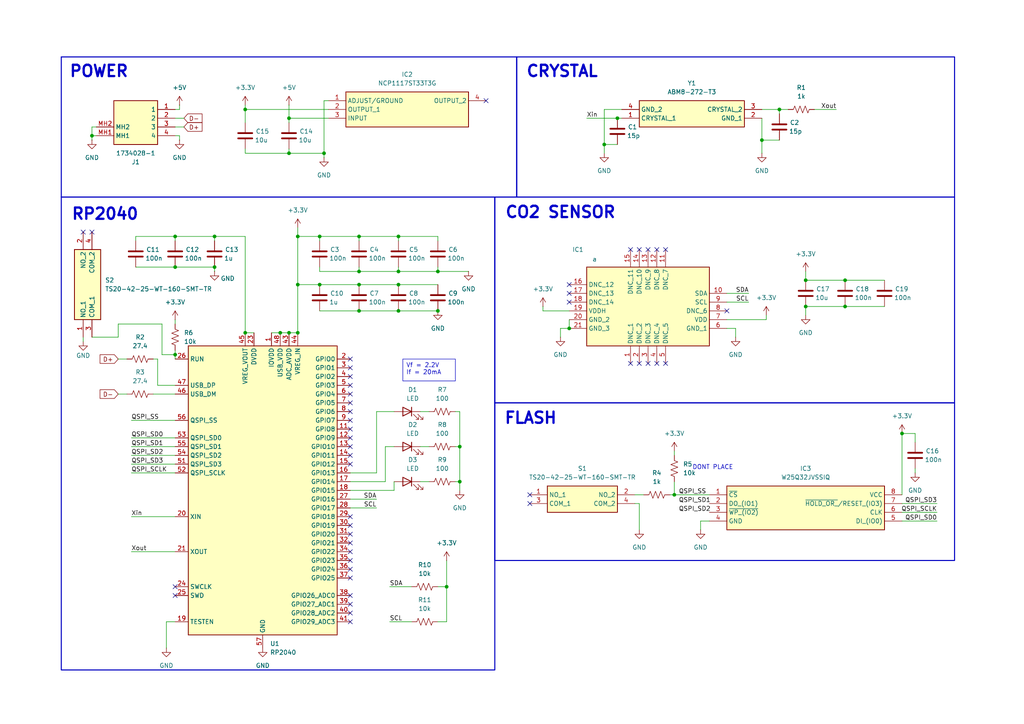
<source format=kicad_sch>
(kicad_sch (version 20250114) (generator "eeschema") (generator_version "9.0")
  (paper "A4")
  (lib_symbols
    (symbol "Device:C" (pin_numbers (hide yes)) (pin_names (offset 0.254))
      (property "Reference" "C" (at 0.635 2.54 0))
      (property "Value" "C" (at 0.635 -2.54 0))
      (symbol "C_0_1"
        (polyline (pts (xy -2.032 0.762) (xy 2.032 0.762)) (stroke (width 0.508)))
        (polyline (pts (xy -2.032 -0.762) (xy 2.032 -0.762)) (stroke (width 0.508)))
      )
      (symbol "C_1_1"
        (pin passive line (at 0 3.81 270) (length 2.794) (name "~") (number "1"))
        (pin passive line (at 0 -3.81 90) (length 2.794) (name "~") (number "2"))
      )
    )
    (symbol "Device:LED" (pin_numbers (hide yes)) (pin_names (offset 1.016) (hide yes))
      (property "Reference" "D" (at 0 2.54 0))
      (property "Value" "LED" (at 0 -2.54 0))
      (symbol "LED_0_1"
        (polyline (pts (xy -3.048 -0.762) (xy -4.572 -2.286) (xy -3.81 -2.286) (xy -4.572 -2.286) (xy -4.572 -1.524)))
        (polyline (pts (xy -1.778 -0.762) (xy -3.302 -2.286) (xy -2.54 -2.286) (xy -3.302 -2.286) (xy -3.302 -1.524)))
        (polyline (pts (xy -1.27 0) (xy 1.27 0)))
        (polyline (pts (xy -1.27 -1.27) (xy -1.27 1.27)) (stroke (width 0.254)))
        (polyline (pts (xy 1.27 -1.27) (xy 1.27 1.27) (xy -1.27 0) (xy 1.27 -1.27)) (stroke (width 0.254)))
      )
      (symbol "LED_1_1"
        (pin passive line (at -3.81 0 0) (length 2.54) (name "K") (number "1"))
        (pin passive line (at 3.81 0 180) (length 2.54) (name "A") (number "2"))
      )
    )
    (symbol "Device:R_US" (pin_numbers (hide yes)) (pin_names (offset 0))
      (property "Reference" "R" (at 2.54 0 90))
      (property "Value" "R_US" (at -2.54 0 90))
      (symbol "R_US_0_1"
        (polyline (pts (xy 0 2.286) (xy 0 2.54)))
        (polyline (pts (xy 0 2.286) (xy 1.016 1.905) (xy 0 1.524) (xy -1.016 1.143) (xy 0 0.762)))
        (polyline (pts (xy 0 0.762) (xy 1.016 0.381) (xy 0 0) (xy -1.016 -0.381) (xy 0 -0.762)))
        (polyline (pts (xy 0 -0.762) (xy 1.016 -1.143) (xy 0 -1.524) (xy -1.016 -1.905) (xy 0 -2.286)))
        (polyline (pts (xy 0 -2.286) (xy 0 -2.54)))
      )
      (symbol "R_US_1_1"
        (pin passive line (at 0 3.81 270) (length 1.27) (name "~") (number "1"))
        (pin passive line (at 0 -3.81 90) (length 1.27) (name "~") (number "2"))
      )
    )
    (symbol "Imported_parts:1734028-1"
      (property "Reference" "J" (at 19.05 7.62 0))
      (property "Value" "1734028-1" (at 19.05 5.08 0))
      (symbol "1734028-1_1_1"
        (rectangle (start 5.08 2.54) (end 17.78 -10.16) (stroke (width 0.254)) (fill (type background)))
        (pin passive line (at 0 0 0) (length 5.08) (name "MH1") (number "MH1"))
        (pin passive line (at 0 -2.54 0) (length 5.08) (name "MH2") (number "MH2"))
        (pin passive line (at 22.86 0 180) (length 5.08) (name "4") (number "4"))
        (pin passive line (at 22.86 -2.54 180) (length 5.08) (name "3") (number "3"))
        (pin passive line (at 22.86 -5.08 180) (length 5.08) (name "2") (number "2"))
        (pin passive line (at 22.86 -7.62 180) (length 5.08) (name "1") (number "1"))
      )
    )
    (symbol "Imported_parts:ABM8-272-T3"
      (property "Reference" "Y" (at 36.83 7.62 0))
      (property "Value" "ABM8-272-T3" (at 36.83 5.08 0))
      (symbol "ABM8-272-T3_1_1"
        (rectangle (start 5.08 2.54) (end 35.56 -5.08) (stroke (width 0.254)) (fill (type background)))
        (pin passive line (at 0 0 0) (length 5.08) (name "GND_2") (number "4"))
        (pin passive line (at 0 -2.54 0) (length 5.08) (name "CRYSTAL_1") (number "1"))
        (pin passive line (at 40.64 0 180) (length 5.08) (name "CRYSTAL_2") (number "3"))
        (pin passive line (at 40.64 -2.54 180) (length 5.08) (name "GND_1") (number "2"))
      )
    )
    (symbol "Imported_parts:NCP1117ST33T3G"
      (property "Reference" "IC" (at 41.91 7.62 0))
      (property "Value" "NCP1117ST33T3G" (at 41.91 5.08 0))
      (symbol "NCP1117ST33T3G_1_1"
        (rectangle (start 5.08 2.54) (end 40.64 -7.62) (stroke (width 0.254)) (fill (type background)))
        (pin passive line (at 0 0 0) (length 5.08) (name "ADJUST/GROUND") (number "1"))
        (pin passive line (at 0 -2.54 0) (length 5.08) (name "OUTPUT_1") (number "2"))
        (pin passive line (at 0 -5.08 0) (length 5.08) (name "INPUT") (number "3"))
        (pin passive line (at 45.72 0 180) (length 5.08) (name "OUTPUT_2") (number "4"))
      )
    )
    (symbol "Imported_parts:SCD41-D-R1"
      (property "Reference" "IC" (at 29.21 17.78 0))
      (property "Value" "SCD41-D-R1" (at 29.21 15.24 0))
      (symbol "SCD41-D-R1_1_1"
        (rectangle (start 5.08 12.7) (end 27.94 -22.86) (stroke (width 0.254)) (fill (type background)))
        (pin passive line (at 0 0 0) (length 5.08) (name "DNC_1") (number "1"))
        (pin passive line (at 0 -2.54 0) (length 5.08) (name "DNC_2") (number "2"))
        (pin passive line (at 0 -5.08 0) (length 5.08) (name "DNC_3") (number "3"))
        (pin passive line (at 0 -7.62 0) (length 5.08) (name "DNC_4") (number "4"))
        (pin passive line (at 0 -10.16 0) (length 5.08) (name "DNC_5") (number "5"))
        (pin passive line (at 10.16 17.78 270) (length 5.08) (name "GND_3") (number "21"))
        (pin passive line (at 10.16 -27.94 90) (length 5.08) (name "GND_1") (number "6"))
        (pin passive line (at 12.7 17.78 270) (length 5.08) (name "GND_2") (number "20"))
        (pin passive line (at 12.7 -27.94 90) (length 5.08) (name "VDD") (number "7"))
        (pin passive line (at 15.24 17.78 270) (length 5.08) (name "VDDH") (number "19"))
        (pin passive line (at 15.24 -27.94 90) (length 5.08) (name "DNC_6") (number "8"))
        (pin passive line (at 17.78 17.78 270) (length 5.08) (name "DNC_14") (number "18"))
        (pin passive line (at 17.78 -27.94 90) (length 5.08) (name "SCL") (number "9"))
        (pin passive line (at 20.32 17.78 270) (length 5.08) (name "DNC_13") (number "17"))
        (pin passive line (at 20.32 -27.94 90) (length 5.08) (name "SDA") (number "10"))
        (pin passive line (at 22.86 17.78 270) (length 5.08) (name "DNC_12") (number "16"))
        (pin passive line (at 33.02 0 180) (length 5.08) (name "DNC_11") (number "15"))
        (pin passive line (at 33.02 -2.54 180) (length 5.08) (name "DNC_10") (number "14"))
        (pin passive line (at 33.02 -5.08 180) (length 5.08) (name "DNC_9") (number "13"))
        (pin passive line (at 33.02 -7.62 180) (length 5.08) (name "DNC_8") (number "12"))
        (pin passive line (at 33.02 -10.16 180) (length 5.08) (name "DNC_7") (number "11"))
      )
    )
    (symbol "Imported_parts:TS20-42-25-WT-160-SMT-TR"
      (property "Reference" "S" (at 26.67 7.62 0))
      (property "Value" "TS20-42-25-WT-160-SMT-TR" (at 26.67 5.08 0))
      (symbol "TS20-42-25-WT-160-SMT-TR_1_1"
        (rectangle (start 5.08 2.54) (end 25.4 -5.08) (stroke (width 0.254)) (fill (type background)))
        (pin passive line (at 0 0 0) (length 5.08) (name "NO_1") (number "1"))
        (pin passive line (at 0 -2.54 0) (length 5.08) (name "COM_1") (number "3"))
        (pin passive line (at 30.48 0 180) (length 5.08) (name "NO_2") (number "2"))
        (pin passive line (at 30.48 -2.54 180) (length 5.08) (name "COM_2") (number "4"))
      )
    )
    (symbol "Imported_parts:W25Q32JVSSIQ"
      (property "Reference" "IC" (at 52.07 7.62 0))
      (property "Value" "W25Q32JVSSIQ" (at 52.07 5.08 0))
      (symbol "W25Q32JVSSIQ_1_1"
        (rectangle (start 5.08 2.54) (end 50.8 -10.16) (stroke (width 0.254)) (fill (type background)))
        (pin passive line (at 0 0 0) (length 5.08) (name "~{CS}") (number "1"))
        (pin passive line (at 0 -2.54 0) (length 5.08) (name "DO_(IO1)") (number "2"))
        (pin passive line (at 0 -5.08 0) (length 5.08) (name "~{WP_(IO2)}") (number "3"))
        (pin passive line (at 0 -7.62 0) (length 5.08) (name "GND") (number "4"))
        (pin passive line (at 55.88 0 180) (length 5.08) (name "VCC") (number "8"))
        (pin passive line (at 55.88 -2.54 180) (length 5.08) (name "~{HOLD_OR_}/RESET_(IO3)") (number "7"))
        (pin passive line (at 55.88 -5.08 180) (length 5.08) (name "CLK") (number "6"))
        (pin passive line (at 55.88 -7.62 180) (length 5.08) (name "DI_(IO0)") (number "5"))
      )
    )
    (symbol "MCU_RaspberryPi:RP2040"
      (property "Reference" "U" (at 17.78 45.72 0))
      (property "Value" "RP2040" (at 17.78 43.18 0))
      (symbol "RP2040_0_1"
        (rectangle (start -21.59 41.91) (end 21.59 -41.91) (stroke (width 0.254)) (fill (type background)))
      )
      (symbol "RP2040_1_1"
        (pin input line (at -25.4 38.1 0) (length 3.81) (name "RUN") (number "26"))
        (pin bidirectional line (at -25.4 30.48 0) (length 3.81) (name "USB_DP") (number "47"))
        (pin bidirectional line (at -25.4 27.94 0) (length 3.81) (name "USB_DM") (number "46"))
        (pin bidirectional line (at -25.4 20.32 0) (length 3.81) (name "QSPI_SS") (number "56"))
        (pin bidirectional line (at -25.4 15.24 0) (length 3.81) (name "QSPI_SD0") (number "53"))
        (pin bidirectional line (at -25.4 12.7 0) (length 3.81) (name "QSPI_SD1") (number "55"))
        (pin bidirectional line (at -25.4 10.16 0) (length 3.81) (name "QSPI_SD2") (number "54"))
        (pin bidirectional line (at -25.4 7.62 0) (length 3.81) (name "QSPI_SD3") (number "51"))
        (pin output line (at -25.4 5.08 0) (length 3.81) (name "QSPI_SCLK") (number "52"))
        (pin input line (at -25.4 -7.62 0) (length 3.81) (name "XIN") (number "20"))
        (pin passive line (at -25.4 -17.78 0) (length 3.81) (name "XOUT") (number "21"))
        (pin input line (at -25.4 -27.94 0) (length 3.81) (name "SWCLK") (number "24"))
        (pin bidirectional line (at -25.4 -30.48 0) (length 3.81) (name "SWD") (number "25"))
        (pin input line (at -25.4 -38.1 0) (length 3.81) (name "TESTEN") (number "19"))
        (pin power_out line (at -5.08 45.72 270) (length 3.81) (name "VREG_VOUT") (number "45"))
        (pin power_in line (at -2.54 45.72 270) (length 3.81) (name "DVDD") (number "23"))
        (pin passive line (at -2.54 45.72 270) (length 3.81) (hide yes) (name "DVDD") (number "50"))
        (pin power_in line (at 0 -45.72 90) (length 3.81) (name "GND") (number "57"))
        (pin power_in line (at 2.54 45.72 270) (length 3.81) (name "IOVDD") (number "1"))
        (pin passive line (at 2.54 45.72 270) (length 3.81) (hide yes) (name "IOVDD") (number "10"))
        (pin passive line (at 2.54 45.72 270) (length 3.81) (hide yes) (name "IOVDD") (number "22"))
        (pin passive line (at 2.54 45.72 270) (length 3.81) (hide yes) (name "IOVDD") (number "33"))
        (pin passive line (at 2.54 45.72 270) (length 3.81) (hide yes) (name "IOVDD") (number "42"))
        (pin passive line (at 2.54 45.72 270) (length 3.81) (hide yes) (name "IOVDD") (number "49"))
        (pin power_in line (at 5.08 45.72 270) (length 3.81) (name "USB_VDD") (number "48"))
        (pin power_in line (at 7.62 45.72 270) (length 3.81) (name "ADC_AVDD") (number "43"))
        (pin power_in line (at 10.16 45.72 270) (length 3.81) (name "VREG_IN") (number "44"))
        (pin bidirectional line (at 25.4 38.1 180) (length 3.81) (name "GPIO0") (number "2"))
        (pin bidirectional line (at 25.4 35.56 180) (length 3.81) (name "GPIO1") (number "3"))
        (pin bidirectional line (at 25.4 33.02 180) (length 3.81) (name "GPIO2") (number "4"))
        (pin bidirectional line (at 25.4 30.48 180) (length 3.81) (name "GPIO3") (number "5"))
        (pin bidirectional line (at 25.4 27.94 180) (length 3.81) (name "GPIO4") (number "6"))
        (pin bidirectional line (at 25.4 25.4 180) (length 3.81) (name "GPIO5") (number "7"))
        (pin bidirectional line (at 25.4 22.86 180) (length 3.81) (name "GPIO6") (number "8"))
        (pin bidirectional line (at 25.4 20.32 180) (length 3.81) (name "GPIO7") (number "9"))
        (pin bidirectional line (at 25.4 17.78 180) (length 3.81) (name "GPIO8") (number "11"))
        (pin bidirectional line (at 25.4 15.24 180) (length 3.81) (name "GPIO9") (number "12"))
        (pin bidirectional line (at 25.4 12.7 180) (length 3.81) (name "GPIO10") (number "13"))
        (pin bidirectional line (at 25.4 10.16 180) (length 3.81) (name "GPIO11") (number "14"))
        (pin bidirectional line (at 25.4 7.62 180) (length 3.81) (name "GPIO12") (number "15"))
        (pin bidirectional line (at 25.4 5.08 180) (length 3.81) (name "GPIO13") (number "16"))
        (pin bidirectional line (at 25.4 2.54 180) (length 3.81) (name "GPIO14") (number "17"))
        (pin bidirectional line (at 25.4 0 180) (length 3.81) (name "GPIO15") (number "18"))
        (pin bidirectional line (at 25.4 -2.54 180) (length 3.81) (name "GPIO16") (number "27"))
        (pin bidirectional line (at 25.4 -5.08 180) (length 3.81) (name "GPIO17") (number "28"))
        (pin bidirectional line (at 25.4 -7.62 180) (length 3.81) (name "GPIO18") (number "29"))
        (pin bidirectional line (at 25.4 -10.16 180) (length 3.81) (name "GPIO19") (number "30"))
        (pin bidirectional line (at 25.4 -12.7 180) (length 3.81) (name "GPIO20") (number "31"))
        (pin bidirectional line (at 25.4 -15.24 180) (length 3.81) (name "GPIO21") (number "32"))
        (pin bidirectional line (at 25.4 -17.78 180) (length 3.81) (name "GPIO22") (number "34"))
        (pin bidirectional line (at 25.4 -20.32 180) (length 3.81) (name "GPIO23") (number "35"))
        (pin bidirectional line (at 25.4 -22.86 180) (length 3.81) (name "GPIO24") (number "36"))
        (pin bidirectional line (at 25.4 -25.4 180) (length 3.81) (name "GPIO25") (number "37"))
        (pin bidirectional line (at 25.4 -30.48 180) (length 3.81) (name "GPIO26_ADC0") (number "38"))
        (pin bidirectional line (at 25.4 -33.02 180) (length 3.81) (name "GPIO27_ADC1") (number "39"))
        (pin bidirectional line (at 25.4 -35.56 180) (length 3.81) (name "GPIO28_ADC2") (number "40"))
        (pin bidirectional line (at 25.4 -38.1 180) (length 3.81) (name "GPIO29_ADC3") (number "41"))
      )
    )
    (symbol "power:+3.3V" (power) (pin_numbers (hide yes)) (pin_names (offset 0) (hide yes))
      (property "Value" "+3.3V" (at 0 3.556 0))
      (symbol "+3.3V_0_1"
        (polyline (pts (xy -0.762 1.27) (xy 0 2.54)))
        (polyline (pts (xy 0 2.54) (xy 0.762 1.27)))
        (polyline (pts (xy 0 0) (xy 0 2.54)))
      )
      (symbol "+3.3V_1_1"
        (pin power_in line (at 0 0 90) (length 0) (name "~") (number "1"))
      )
    )
    (symbol "power:+5V" (power) (pin_numbers (hide yes)) (pin_names (offset 0) (hide yes))
      (property "Value" "+5V" (at 0 3.556 0))
      (symbol "+5V_0_1"
        (polyline (pts (xy -0.762 1.27) (xy 0 2.54)))
        (polyline (pts (xy 0 2.54) (xy 0.762 1.27)))
        (polyline (pts (xy 0 0) (xy 0 2.54)))
      )
      (symbol "+5V_1_1"
        (pin power_in line (at 0 0 90) (length 0) (name "~") (number "1"))
      )
    )
    (symbol "power:GND" (power) (pin_numbers (hide yes)) (pin_names (offset 0) (hide yes))
      (property "Value" "GND" (at 0 -3.81 0))
      (symbol "GND_0_1"
        (polyline (pts (xy 0 0) (xy 0 -1.27) (xy 1.27 -1.27) (xy 0 -2.54) (xy -1.27 -1.27) (xy 0 -1.27)))
      )
      (symbol "GND_1_1"
        (pin power_in line (at 0 0 270) (length 0) (name "~") (number "1"))
      )
    )
  )
  (rectangle (start 143.51 57.15) (end 276.86 116.84) (stroke (width 0.3)))
  (rectangle (start 17.78 57.15) (end 143.51 194.31) (stroke (width 0.3)))
  (rectangle (start 149.86 16.51) (end 276.86 57.15) (stroke (width 0.3)))
  (rectangle (start 143.51 116.84) (end 276.86 162.56) (stroke (width 0.3)))
  (rectangle (start 17.78 16.51) (end 149.86 57.15) (stroke (width 0.3)))
  (text "DONT PLACE" (at 206.756 135.636 0) (effects (font (size 1.27 1.27))))
  (text "POWER" (at 28.702 20.828 0) (effects (font (size 3.27 3.27) (thickness 0.654) (bold yes))))
  (text "FLASH\n" (at 153.924 121.412 0) (effects (font (size 3.27 3.27) (thickness 0.654) (bold yes))))
  (text "CO2 SENSOR" (at 162.56 61.722 0) (effects (font (size 3.27 3.27) (thickness 0.654) (bold yes))))
  (text "RP2040\n" (at 30.48 62.23 0) (effects (font (size 3.27 3.27) (thickness 0.654) (bold yes))))
  (text "CRYSTAL\n" (at 163.068 20.828 0) (effects (font (size 3.27 3.27) (thickness 0.654) (bold yes))))
  (text_box "Vf = 2.2V\nIf = 20mA\n" (at 116.84 104.14 0) (size 15.24 6.35) (margins 0.9525 0.9525 0.9525 0.9525) (effects (font (size 1.27 1.27)) (justify left top)))
  (junction (at 50.8 68.58))
  (junction (at 62.23 77.47))
  (junction (at 245.11 88.9))
  (junction (at 133.35 129.54))
  (junction (at 133.35 139.7))
  (junction (at 233.68 88.9))
  (junction (at 92.71 82.55))
  (junction (at 115.57 90.17))
  (junction (at 86.36 96.52))
  (junction (at 71.12 96.52))
  (junction (at 129.54 170.18))
  (junction (at 261.62 125.73))
  (junction (at 62.23 68.58))
  (junction (at 83.82 44.45))
  (junction (at 127 78.74))
  (junction (at 71.12 31.75))
  (junction (at 93.98 44.45))
  (junction (at 104.14 90.17))
  (junction (at 104.14 78.74))
  (junction (at 81.28 96.52))
  (junction (at 86.36 68.58))
  (junction (at 179.07 34.29))
  (junction (at 86.36 82.55))
  (junction (at 92.71 68.58))
  (junction (at 26.67 39.37))
  (junction (at 83.82 34.29))
  (junction (at 175.26 41.91))
  (junction (at 83.82 96.52))
  (junction (at 104.14 68.58))
  (junction (at 115.57 82.55))
  (junction (at 115.57 68.58))
  (junction (at 127 90.17))
  (junction (at 104.14 82.55))
  (junction (at 245.11 81.28))
  (junction (at 50.8 77.47))
  (junction (at 233.68 81.28))
  (junction (at 226.06 31.75))
  (junction (at 50.8 102.87))
  (junction (at 115.57 78.74))
  (junction (at 220.98 40.64))
  (junction (at 165.1 95.25))
  (junction (at 195.58 143.51))
  (no_connect (at 153.67 146.05))
  (no_connect (at 101.6 172.72))
  (no_connect (at 101.6 116.84))
  (no_connect (at 187.96 105.41))
  (no_connect (at 165.1 87.63))
  (no_connect (at 165.1 85.09))
  (no_connect (at 101.6 165.1))
  (no_connect (at 140.97 29.21))
  (no_connect (at 182.88 105.41))
  (no_connect (at 101.6 167.64))
  (no_connect (at 101.6 129.54))
  (no_connect (at 187.96 72.39))
  (no_connect (at 101.6 104.14))
  (no_connect (at 101.6 124.46))
  (no_connect (at 185.42 105.41))
  (no_connect (at 101.6 154.94))
  (no_connect (at 101.6 111.76))
  (no_connect (at 190.5 72.39))
  (no_connect (at 185.42 72.39))
  (no_connect (at 101.6 152.4))
  (no_connect (at 101.6 114.3))
  (no_connect (at 26.67 67.31))
  (no_connect (at 101.6 127))
  (no_connect (at 165.1 82.55))
  (no_connect (at 50.8 172.72))
  (no_connect (at 101.6 162.56))
  (no_connect (at 101.6 109.22))
  (no_connect (at 101.6 175.26))
  (no_connect (at 101.6 180.34))
  (no_connect (at 50.8 170.18))
  (no_connect (at 153.67 143.51))
  (no_connect (at 101.6 132.08))
  (no_connect (at 182.88 72.39))
  (no_connect (at 101.6 119.38))
  (no_connect (at 101.6 157.48))
  (no_connect (at 210.82 90.17))
  (no_connect (at 101.6 177.8))
  (no_connect (at 24.13 67.31))
  (no_connect (at 193.04 105.41))
  (no_connect (at 101.6 134.62))
  (no_connect (at 101.6 149.86))
  (no_connect (at 193.04 72.39))
  (no_connect (at 101.6 160.02))
  (no_connect (at 190.5 105.41))
  (no_connect (at 101.6 106.68))
  (no_connect (at 101.6 121.92))
  (wire (pts (xy 34.29 114.3) (xy 36.83 114.3)))
  (wire (pts (xy 133.35 139.7) (xy 133.35 129.54)))
  (wire (pts (xy 81.28 96.52) (xy 83.82 96.52)))
  (wire (pts (xy 71.12 30.48) (xy 71.12 31.75)))
  (wire (pts (xy 184.15 143.51) (xy 186.69 143.51)))
  (wire (pts (xy 27.94 36.83) (xy 26.67 36.83)))
  (wire (pts (xy 115.57 78.74) (xy 115.57 77.47)))
  (wire (pts (xy 50.8 102.87) (xy 50.8 104.14)))
  (wire (pts (xy 50.8 34.29) (xy 53.34 34.29)))
  (wire (pts (xy 48.26 180.34) (xy 48.26 187.96)))
  (wire (pts (xy 195.58 139.7) (xy 195.58 143.51)))
  (wire (pts (xy 52.07 31.75) (xy 52.07 30.48)))
  (wire (pts (xy 83.82 44.45) (xy 83.82 43.18)))
  (wire (pts (xy 46.99 93.98) (xy 34.29 93.98)))
  (wire (pts (xy 38.1 134.62) (xy 50.8 134.62)))
  (wire (pts (xy 261.62 148.59) (xy 271.78 148.59)))
  (wire (pts (xy 38.1 127) (xy 50.8 127)))
  (wire (pts (xy 38.1 121.92) (xy 50.8 121.92)))
  (wire (pts (xy 71.12 31.75) (xy 95.25 31.75)))
  (wire (pts (xy 210.82 85.09) (xy 217.17 85.09)))
  (wire (pts (xy 86.36 82.55) (xy 86.36 96.52)))
  (wire (pts (xy 101.6 147.32) (xy 109.22 147.32)))
  (wire (pts (xy 34.29 97.79) (xy 26.67 97.79)))
  (wire (pts (xy 46.99 102.87) (xy 46.99 93.98)))
  (wire (pts (xy 233.68 78.74) (xy 233.68 81.28)))
  (wire (pts (xy 78.74 96.52) (xy 81.28 96.52)))
  (wire (pts (xy 24.13 99.06) (xy 24.13 97.79)))
  (wire (pts (xy 39.37 68.58) (xy 39.37 69.85)))
  (wire (pts (xy 34.29 93.98) (xy 34.29 97.79)))
  (wire (pts (xy 86.36 66.04) (xy 86.36 68.58)))
  (wire (pts (xy 175.26 41.91) (xy 175.26 31.75)))
  (wire (pts (xy 86.36 68.58) (xy 86.36 82.55)))
  (wire (pts (xy 71.12 31.75) (xy 71.12 35.56)))
  (wire (pts (xy 127 180.34) (xy 129.54 180.34)))
  (wire (pts (xy 133.35 129.54) (xy 132.08 129.54)))
  (wire (pts (xy 194.31 143.51) (xy 195.58 143.51)))
  (wire (pts (xy 45.72 104.14) (xy 44.45 104.14)))
  (wire (pts (xy 210.82 87.63) (xy 217.17 87.63)))
  (wire (pts (xy 165.1 90.17) (xy 157.48 90.17)))
  (wire (pts (xy 220.98 31.75) (xy 226.06 31.75)))
  (wire (pts (xy 175.26 44.45) (xy 175.26 41.91)))
  (wire (pts (xy 132.08 119.38) (xy 133.35 119.38)))
  (wire (pts (xy 115.57 68.58) (xy 115.57 69.85)))
  (wire (pts (xy 261.62 125.73) (xy 265.43 125.73)))
  (wire (pts (xy 50.8 36.83) (xy 53.34 36.83)))
  (wire (pts (xy 170.18 34.29) (xy 179.07 34.29)))
  (wire (pts (xy 121.92 129.54) (xy 124.46 129.54)))
  (wire (pts (xy 50.8 68.58) (xy 39.37 68.58)))
  (wire (pts (xy 92.71 90.17) (xy 104.14 90.17)))
  (wire (pts (xy 115.57 68.58) (xy 127 68.58)))
  (wire (pts (xy 127 78.74) (xy 127 77.47)))
  (wire (pts (xy 101.6 144.78) (xy 109.22 144.78)))
  (wire (pts (xy 121.92 119.38) (xy 124.46 119.38)))
  (wire (pts (xy 71.12 68.58) (xy 71.12 96.52)))
  (wire (pts (xy 162.56 95.25) (xy 165.1 95.25)))
  (wire (pts (xy 71.12 43.18) (xy 71.12 44.45)))
  (wire (pts (xy 38.1 129.54) (xy 50.8 129.54)))
  (wire (pts (xy 71.12 96.52) (xy 73.66 96.52)))
  (wire (pts (xy 50.8 68.58) (xy 50.8 69.85)))
  (wire (pts (xy 236.22 31.75) (xy 242.57 31.75)))
  (wire (pts (xy 195.58 143.51) (xy 205.74 143.51)))
  (wire (pts (xy 45.72 111.76) (xy 45.72 104.14)))
  (wire (pts (xy 132.08 139.7) (xy 133.35 139.7)))
  (wire (pts (xy 71.12 44.45) (xy 83.82 44.45)))
  (wire (pts (xy 121.92 139.7) (xy 124.46 139.7)))
  (wire (pts (xy 113.03 170.18) (xy 119.38 170.18)))
  (wire (pts (xy 265.43 125.73) (xy 265.43 128.27)))
  (wire (pts (xy 210.82 92.71) (xy 222.25 92.71)))
  (wire (pts (xy 92.71 68.58) (xy 92.71 69.85)))
  (wire (pts (xy 220.98 40.64) (xy 226.06 40.64)))
  (wire (pts (xy 93.98 29.21) (xy 93.98 44.45)))
  (wire (pts (xy 185.42 146.05) (xy 185.42 153.67)))
  (wire (pts (xy 83.82 30.48) (xy 83.82 34.29)))
  (wire (pts (xy 95.25 29.21) (xy 93.98 29.21)))
  (wire (pts (xy 50.8 111.76) (xy 45.72 111.76)))
  (wire (pts (xy 104.14 68.58) (xy 115.57 68.58)))
  (wire (pts (xy 101.6 137.16) (xy 109.22 137.16)))
  (wire (pts (xy 52.07 40.64) (xy 52.07 39.37)))
  (wire (pts (xy 83.82 34.29) (xy 83.82 35.56)))
  (wire (pts (xy 203.2 151.13) (xy 205.74 151.13)))
  (wire (pts (xy 127 78.74) (xy 135.89 78.74)))
  (wire (pts (xy 92.71 82.55) (xy 104.14 82.55)))
  (wire (pts (xy 34.29 104.14) (xy 36.83 104.14)))
  (wire (pts (xy 39.37 77.47) (xy 50.8 77.47)))
  (wire (pts (xy 129.54 170.18) (xy 129.54 162.56)))
  (wire (pts (xy 233.68 88.9) (xy 245.11 88.9)))
  (wire (pts (xy 104.14 68.58) (xy 104.14 69.85)))
  (wire (pts (xy 44.45 114.3) (xy 50.8 114.3)))
  (wire (pts (xy 104.14 82.55) (xy 115.57 82.55)))
  (wire (pts (xy 52.07 31.75) (xy 50.8 31.75)))
  (wire (pts (xy 175.26 31.75) (xy 180.34 31.75)))
  (wire (pts (xy 62.23 68.58) (xy 50.8 68.58)))
  (wire (pts (xy 261.62 125.73) (xy 261.62 143.51)))
  (wire (pts (xy 226.06 31.75) (xy 228.6 31.75)))
  (wire (pts (xy 38.1 132.08) (xy 50.8 132.08)))
  (wire (pts (xy 162.56 97.79) (xy 162.56 95.25)))
  (wire (pts (xy 203.2 153.67) (xy 203.2 151.13)))
  (wire (pts (xy 115.57 78.74) (xy 104.14 78.74)))
  (wire (pts (xy 265.43 135.89) (xy 265.43 137.16)))
  (wire (pts (xy 220.98 40.64) (xy 220.98 44.45)))
  (wire (pts (xy 86.36 82.55) (xy 92.71 82.55)))
  (wire (pts (xy 109.22 119.38) (xy 114.3 119.38)))
  (wire (pts (xy 109.22 137.16) (xy 109.22 119.38)))
  (wire (pts (xy 127 170.18) (xy 129.54 170.18)))
  (wire (pts (xy 133.35 119.38) (xy 133.35 129.54)))
  (wire (pts (xy 62.23 68.58) (xy 71.12 68.58)))
  (wire (pts (xy 261.62 146.05) (xy 271.78 146.05)))
  (wire (pts (xy 26.67 36.83) (xy 26.67 39.37)))
  (wire (pts (xy 50.8 102.87) (xy 46.99 102.87)))
  (wire (pts (xy 133.35 139.7) (xy 133.35 142.24)))
  (wire (pts (xy 93.98 44.45) (xy 83.82 44.45)))
  (wire (pts (xy 179.07 34.29) (xy 180.34 34.29)))
  (wire (pts (xy 222.25 92.71) (xy 222.25 91.44)))
  (wire (pts (xy 111.76 129.54) (xy 114.3 129.54)))
  (wire (pts (xy 92.71 78.74) (xy 92.71 77.47)))
  (wire (pts (xy 129.54 180.34) (xy 129.54 170.18)))
  (wire (pts (xy 50.8 77.47) (xy 62.23 77.47)))
  (wire (pts (xy 245.11 88.9) (xy 256.54 88.9)))
  (wire (pts (xy 220.98 34.29) (xy 220.98 40.64)))
  (wire (pts (xy 213.36 95.25) (xy 210.82 95.25)))
  (wire (pts (xy 245.11 81.28) (xy 256.54 81.28)))
  (wire (pts (xy 50.8 93.98) (xy 50.8 92.71)))
  (wire (pts (xy 115.57 90.17) (xy 127 90.17)))
  (wire (pts (xy 261.62 151.13) (xy 271.78 151.13)))
  (wire (pts (xy 101.6 139.7) (xy 111.76 139.7)))
  (wire (pts (xy 127 68.58) (xy 127 69.85)))
  (wire (pts (xy 26.67 39.37) (xy 26.67 40.64)))
  (wire (pts (xy 175.26 41.91) (xy 179.07 41.91)))
  (wire (pts (xy 83.82 96.52) (xy 86.36 96.52)))
  (wire (pts (xy 104.14 90.17) (xy 115.57 90.17)))
  (wire (pts (xy 245.11 81.28) (xy 233.68 81.28)))
  (wire (pts (xy 213.36 97.79) (xy 213.36 95.25)))
  (wire (pts (xy 62.23 68.58) (xy 62.23 69.85)))
  (wire (pts (xy 184.15 146.05) (xy 185.42 146.05)))
  (wire (pts (xy 38.1 149.86) (xy 50.8 149.86)))
  (wire (pts (xy 115.57 82.55) (xy 127 82.55)))
  (wire (pts (xy 92.71 68.58) (xy 86.36 68.58)))
  (wire (pts (xy 195.58 130.81) (xy 195.58 132.08)))
  (wire (pts (xy 104.14 78.74) (xy 92.71 78.74)))
  (wire (pts (xy 101.6 142.24) (xy 114.3 142.24)))
  (wire (pts (xy 127 78.74) (xy 115.57 78.74)))
  (wire (pts (xy 83.82 34.29) (xy 95.25 34.29)))
  (wire (pts (xy 38.1 160.02) (xy 50.8 160.02)))
  (wire (pts (xy 104.14 78.74) (xy 104.14 77.47)))
  (wire (pts (xy 26.67 39.37) (xy 27.94 39.37)))
  (wire (pts (xy 50.8 180.34) (xy 48.26 180.34)))
  (wire (pts (xy 50.8 101.6) (xy 50.8 102.87)))
  (wire (pts (xy 62.23 78.74) (xy 62.23 77.47)))
  (wire (pts (xy 52.07 39.37) (xy 50.8 39.37)))
  (wire (pts (xy 157.48 90.17) (xy 157.48 88.9)))
  (wire (pts (xy 93.98 44.45) (xy 93.98 45.72)))
  (wire (pts (xy 38.1 137.16) (xy 50.8 137.16)))
  (wire (pts (xy 165.1 92.71) (xy 165.1 95.25)))
  (wire (pts (xy 111.76 139.7) (xy 111.76 129.54)))
  (wire (pts (xy 233.68 91.44) (xy 233.68 88.9)))
  (wire (pts (xy 113.03 180.34) (xy 119.38 180.34)))
  (wire (pts (xy 114.3 142.24) (xy 114.3 139.7)))
  (wire (pts (xy 226.06 33.02) (xy 226.06 31.75)))
  (wire (pts (xy 92.71 68.58) (xy 104.14 68.58)))
  (label "QSPI_SD3" (at 271.78 146.05 180))
  (label "QSPI_SD3" (at 38.1 134.62 0))
  (label "QSPI_SCLK" (at 271.78 148.59 180))
  (label "QSPI_SS" (at 196.85 143.51 0))
  (label "QSPI_SD0" (at 271.78 151.13 180))
  (label "QSPI_SD0" (at 38.1 127 0))
  (label "Xout" (at 242.57 31.75 180))
  (label "QSPI_SCLK" (at 38.1 137.16 0))
  (label "QSPI_SD2" (at 196.85 148.59 0))
  (label "Xin" (at 170.18 34.29 0))
  (label "QSPI_SD1" (at 196.85 146.05 0))
  (label "Xin" (at 38.1 149.86 0))
  (label "SCL" (at 113.03 180.34 0))
  (label "SDA" (at 109.22 144.78 180))
  (label "QSPI_SD1" (at 38.1 129.54 0))
  (label "SDA" (at 113.03 170.18 0))
  (label "SCL" (at 109.22 147.32 180))
  (label "QSPI_SD2" (at 38.1 132.08 0))
  (label "SCL" (at 217.17 87.63 180))
  (label "SDA" (at 217.17 85.09 180))
  (label "Xout" (at 38.1 160.02 0))
  (label "QSPI_SS" (at 38.1 121.92 0))
  (global_label "D-" (shape input) (at 53.34 34.29 0) (property "Intersheetrefs" "${INTERSHEET_REFS}" (effects (hide yes))))
  (global_label "D-" (shape input) (at 34.29 114.3 180) (property "Intersheetrefs" "${INTERSHEET_REFS}" (effects (hide yes))))
  (global_label "D+" (shape input) (at 53.34 36.83 0) (property "Intersheetrefs" "${INTERSHEET_REFS}" (effects (hide yes))))
  (global_label "D+" (shape input) (at 34.29 104.14 180) (property "Intersheetrefs" "${INTERSHEET_REFS}" (effects (hide yes))))
  (symbol (lib_id "power:GND") (at 185.42 153.67 0) (unit 1)
    (property "Reference" "#PWR016" (effects (hide yes)))
    (property "Value" "GND" (at 185.42 158.75 0))
    (property "Description" "Power symbol creates a global label with name \"GND\" , ground" (effects (hide yes)))
  )
  (symbol (lib_id "Imported_parts:SCD41-D-R1") (at 182.88 105.41 90) (unit 1)
    (property "Reference" "IC1" (at 167.64 72.39 90))
    (property "Value" "a" (at 172.466 75.184 90))
    (property "Footprint" "SCD41DR1" (effects (hide yes)))
    (property "Datasheet" "https://sensirion.com/media/documents/48C4B7FB/64C134E7/Sensirion_SCD4x_Datasheet.pdf" (effects (hide yes)))
    (property "Description" "Air Quality Sensors Sensirion photoacoustic CO2 sensor 10.1 x 10.1 x 6.5 mm3" (effects (hide yes)))
    (property "Height" "6.8" (effects (hide yes)))
    (property "Manufacturer_Name" "Sensirion" (effects (hide yes)))
    (property "Manufacturer_Part_Number" "SCD41-D-R1" (effects (hide yes)))
    (property "Mouser Part Number" "403-SCD41-D-R1" (effects (hide yes)))
    (property "Mouser Price/Stock" "https://www.mouser.co.uk/ProductDetail/Sensirion/SCD41-D-R1?qs=HBWAp0VN4Rg1hR6vTmplbw%3D%3D" (effects (hide yes)))
    (property "Arrow Part Number" "SCD41-D-R1" (effects (hide yes)))
    (property "Arrow Price/Stock" "https://www.arrow.com/en/products/scd41-d-r1/sensirion-ag?utm_currency=USD&region=nac" (effects (hide yes)))
  )
  (symbol (lib_id "Device:C") (at 115.57 86.36 0) (unit 1)
    (property "Reference" "C8" (at 118.618 85.09 0) (effects (justify left)))
    (property "Value" "100n" (at 118.364 87.63 0) (effects (justify left)))
    (property "Footprint" "Capacitor_SMD:C_01005_0402Metric" (effects (hide yes)))
    (property "Description" "Unpolarized capacitor" (effects (hide yes)))
  )
  (symbol (lib_id "power:GND") (at 93.98 45.72 0) (unit 1)
    (property "Reference" "#PWR012" (effects (hide yes)))
    (property "Value" "GND" (at 93.98 50.8 0))
    (property "Description" "Power symbol creates a global label with name \"GND\" , ground" (effects (hide yes)))
  )
  (symbol (lib_id "Imported_parts:TS20-42-25-WT-160-SMT-TR") (at 24.13 97.79 90) (unit 1)
    (property "Reference" "S2" (at 30.48 81.2799 90) (effects (justify right)))
    (property "Value" "TS20-42-25-WT-160-SMT-TR" (at 30.48 83.8199 90) (effects (justify right)))
    (property "Footprint" "TS204225WT160SMTTR" (effects (hide yes)))
    (property "Datasheet" "https://www.sameskydevices.com/product/resource/ts20.pdf" (effects (hide yes)))
    (property "Description" "4.2 x 3.2 mm, 2.5 mm Actuator Height, 160 gf, White, Surface Mount, TR, SPST, Tactile Switch" (effects (hide yes)))
    (property "Height" "2.7" (effects (hide yes)))
    (property "Manufacturer_Name" "Same Sky" (effects (hide yes)))
    (property "Manufacturer_Part_Number" "TS20-42-25-WT-160-SMT-TR" (effects (hide yes)))
    (property "Mouser Part Number" "179-TS204225WT160SMT" (effects (hide yes)))
    (property "Mouser Price/Stock" "https://www.mouser.co.uk/ProductDetail/CUI-Devices/TS20-42-25-WT-160-SMT-TR?qs=tlsG%2FOw5FFiXbig16X7ymQ%3D%3D" (effects (hide yes)))
    (property "Arrow Part Number" "TS20-42-25-WT-160-SMT-TR" (effects (hide yes)))
    (property "Arrow Price/Stock" "https://www.arrow.com/en/products/ts20-42-25-wt-160-smt-tr/cui-devices?region=nac" (effects (hide yes)))
  )
  (symbol (lib_id "Imported_parts:1734028-1") (at 27.94 39.37 0) (mirror x) (unit 1)
    (property "Reference" "J1" (at 39.37 46.99 0))
    (property "Value" "1734028-1" (at 39.37 44.45 0))
    (property "Footprint" "17340281" (effects (hide yes)))
    (property "Datasheet" "https://www.te.com/commerce/DocumentDelivery/DDEController?Action=srchrtrv&DocNm=7-1773442-0&DocType=Data%20Sheet&DocLang=English&PartCntxt=1734028-1&DocFormat=pdf" (effects (hide yes)))
    (property "Description" "Body Features: Shell Plating Material Nickel over Copper | Connector Profile Standard | Configuration Features: Number of Mounting Legs 2 | Number of Ports 1 | Number of Positions 4 | Contact Features: Contact Mating Area Plating Material Thickness .76 MICM | Contact Mating Area Plating Material Gold Flash over Palladium Nickel | Contact Mating Area Plating Material Thickness 29.92 MICIN | Contact Current Rating (Max) 1.5 AMP | Dimensions: PCB Thickness (Recommended) .063 INCH | PCB Thickness (Recommended)" (effects (hide yes)))
    (property "Height" "4.5" (effects (hide yes)))
    (property "Manufacturer_Name" "TE Connectivity" (effects (hide yes)))
    (property "Manufacturer_Part_Number" "1734028-1" (effects (hide yes)))
    (property "Mouser Part Number" "571-1734028-1" (effects (hide yes)))
    (property "Mouser Price/Stock" "https://www.mouser.co.uk/ProductDetail/TE-Connectivity/1734028-1?qs=ozkTL%2FUej0RBWHu8gcAkZQ%3D%3D" (effects (hide yes)))
    (property "Arrow Part Number" "1734028-1" (effects (hide yes)))
    (property "Arrow Price/Stock" "https://www.arrow.com/en/products/1734028-1/te-connectivity?utm_currency=USD&region=nac" (effects (hide yes)))
  )
  (symbol (lib_id "Device:C") (at 179.07 38.1 0) (unit 1)
    (property "Reference" "C1" (at 182.118 36.83 0) (effects (justify left)))
    (property "Value" "15p" (at 181.864 39.37 0) (effects (justify left)))
    (property "Footprint" "Capacitor_SMD:C_0402_1005Metric" (effects (hide yes)))
    (property "Description" "Unpolarized capacitor" (effects (hide yes)))
  )
  (symbol (lib_id "power:GND") (at 203.2 153.67 0) (unit 1)
    (property "Reference" "#PWR015" (effects (hide yes)))
    (property "Value" "GND" (at 203.2 158.75 0))
    (property "Description" "Power symbol creates a global label with name \"GND\" , ground" (effects (hide yes)))
  )
  (symbol (lib_id "Device:C") (at 245.11 85.09 0) (unit 1)
    (property "Reference" "C18" (at 248.158 83.82 0) (effects (justify left)))
    (property "Value" "100n" (at 247.904 86.36 0) (effects (justify left)))
    (property "Footprint" "Capacitor_SMD:C_01005_0402Metric" (effects (hide yes)))
    (property "Description" "Unpolarized capacitor" (effects (hide yes)))
  )
  (symbol (lib_id "Device:LED") (at 118.11 119.38 0) (mirror y) (unit 1)
    (property "Reference" "D1" (at 119.6975 113.03 0))
    (property "Value" "LED" (at 119.6975 115.57 0))
    (property "Footprint" "LED_SMD:LED_0603_1608Metric" (effects (hide yes)))
    (property "Description" "Light emitting diode" (effects (hide yes)))
    (property "Sim.Pins" "1=K 2=A" (effects (hide yes)))
  )
  (symbol (lib_id "power:GND") (at 52.07 40.64 0) (unit 1)
    (property "Reference" "#PWR01" (effects (hide yes)))
    (property "Value" "GND" (at 52.07 45.72 0))
    (property "Description" "Power symbol creates a global label with name \"GND\" , ground" (effects (hide yes)))
  )
  (symbol (lib_id "power:GND") (at 26.67 40.64 0) (unit 1)
    (property "Reference" "#PWR03" (effects (hide yes)))
    (property "Value" "GND" (at 26.67 45.72 0))
    (property "Description" "Power symbol creates a global label with name \"GND\" , ground" (effects (hide yes)))
  )
  (symbol (lib_id "Imported_parts:NCP1117ST33T3G") (at 95.25 29.21 0) (unit 1)
    (property "Reference" "IC2" (at 118.11 21.59 0))
    (property "Value" "NCP1117ST33T3G" (at 118.11 24.13 0))
    (property "Footprint" "SOT230P700X180-4N" (effects (hide yes)))
    (property "Datasheet" "https://www.onsemi.com/pub/Collateral/NCP1117-D.PDF" (effects (hide yes)))
    (property "Description" "Output Current in Excess of 1.0 A; 1.2 V Maximum Dropout Voltage at 800 mA Over Temperature; Fixed Output Voltages of 1.5 V, 1.8 V, 2.0 V, 2.5 V, 2.85 V, 3.3 V, 5.0 V, and 12 V; Adjustable Output Voltage Option; No Minimum Load Requirement for Fixed Voltage Output Devices; Reference/Output Voltage Trimmed to +/- 1.0%; Current Limit, Safe Operating and Thermal Shutdown Protection; Operation to 20 V Input; Pb-Free Packages are Available" (effects (hide yes)))
    (property "Height" "1.8" (effects (hide yes)))
    (property "Manufacturer_Name" "onsemi" (effects (hide yes)))
    (property "Manufacturer_Part_Number" "NCP1117ST33T3G" (effects (hide yes)))
    (property "Mouser Part Number" "863-NCP1117ST33T3G" (effects (hide yes)))
    (property "Mouser Price/Stock" "https://www.mouser.co.uk/ProductDetail/onsemi/NCP1117ST33T3G?qs=Gev%252BmEvV0iZb%2FE8ahUDx3w%3D%3D" (effects (hide yes)))
    (property "Arrow Part Number" "NCP1117ST33T3G" (effects (hide yes)))
    (property "Arrow Price/Stock" "https://www.arrow.com/en/products/ncp1117st33t3g/on-semiconductor?utm_currency=USD&region=europe" (effects (hide yes)))
  )
  (symbol (lib_id "Device:R_US") (at 40.64 114.3 90) (unit 1)
    (property "Reference" "R3" (at 40.64 107.95 90))
    (property "Value" "27.4" (at 40.64 110.49 90))
    (property "Footprint" "Resistor_SMD:R_0402_1005Metric" (effects (hide yes)))
    (property "Description" "Resistor, US symbol" (effects (hide yes)))
  )
  (symbol (lib_id "Device:LED") (at 118.11 129.54 0) (mirror y) (unit 1)
    (property "Reference" "D2" (at 119.6975 123.19 0))
    (property "Value" "LED" (at 119.6975 125.73 0))
    (property "Footprint" "LED_SMD:LED_0603_1608Metric" (effects (hide yes)))
    (property "Description" "Light emitting diode" (effects (hide yes)))
    (property "Sim.Pins" "1=K 2=A" (effects (hide yes)))
  )
  (symbol (lib_id "Device:R_US") (at 128.27 129.54 90) (unit 1)
    (property "Reference" "R8" (at 128.27 123.19 90))
    (property "Value" "100" (at 128.27 125.73 90))
    (property "Footprint" "Resistor_SMD:R_0402_1005Metric" (effects (hide yes)))
    (property "Description" "Resistor, US symbol" (effects (hide yes)))
  )
  (symbol (lib_id "power:GND") (at 265.43 137.16 0) (unit 1)
    (property "Reference" "#PWR014" (effects (hide yes)))
    (property "Value" "GND" (at 265.43 142.24 0))
    (property "Description" "Power symbol creates a global label with name \"GND\" , ground" (effects (hide yes)))
  )
  (symbol (lib_id "Device:C") (at 104.14 86.36 0) (unit 1)
    (property "Reference" "C7" (at 107.188 85.09 0) (effects (justify left)))
    (property "Value" "100n" (at 106.934 87.63 0) (effects (justify left)))
    (property "Footprint" "Capacitor_SMD:C_01005_0402Metric" (effects (hide yes)))
    (property "Description" "Unpolarized capacitor" (effects (hide yes)))
  )
  (symbol (lib_id "power:GND") (at 133.35 142.24 0) (unit 1)
    (property "Reference" "#PWR028" (effects (hide yes)))
    (property "Value" "GND" (at 133.35 147.32 0))
    (property "Description" "Power symbol creates a global label with name \"GND\" , ground" (effects (hide yes)))
  )
  (symbol (lib_id "power:GND") (at 24.13 99.06 0) (mirror y) (unit 1)
    (property "Reference" "#PWR026" (effects (hide yes)))
    (property "Value" "GND" (at 24.13 103.124 0))
    (property "Description" "Power symbol creates a global label with name \"GND\" , ground" (effects (hide yes)))
  )
  (symbol (lib_id "power:+3.3V") (at 261.62 125.73 0) (unit 1)
    (property "Reference" "#PWR013" (effects (hide yes)))
    (property "Value" "+3.3V" (at 261.62 120.65 0))
    (property "Description" "Power symbol creates a global label with name \"+3.3V\"" (effects (hide yes)))
  )
  (symbol (lib_id "Imported_parts:TS20-42-25-WT-160-SMT-TR") (at 153.67 143.51 0) (unit 1)
    (property "Reference" "S1" (at 168.91 135.89 0))
    (property "Value" "TS20-42-25-WT-160-SMT-TR" (at 168.91 138.43 0))
    (property "Footprint" "TS204225WT160SMTTR" (effects (hide yes)))
    (property "Datasheet" "https://www.sameskydevices.com/product/resource/ts20.pdf" (effects (hide yes)))
    (property "Description" "4.2 x 3.2 mm, 2.5 mm Actuator Height, 160 gf, White, Surface Mount, TR, SPST, Tactile Switch" (effects (hide yes)))
    (property "Height" "2.7" (effects (hide yes)))
    (property "Manufacturer_Name" "Same Sky" (effects (hide yes)))
    (property "Manufacturer_Part_Number" "TS20-42-25-WT-160-SMT-TR" (effects (hide yes)))
    (property "Mouser Part Number" "179-TS204225WT160SMT" (effects (hide yes)))
    (property "Mouser Price/Stock" "https://www.mouser.co.uk/ProductDetail/CUI-Devices/TS20-42-25-WT-160-SMT-TR?qs=tlsG%2FOw5FFiXbig16X7ymQ%3D%3D" (effects (hide yes)))
    (property "Arrow Part Number" "TS20-42-25-WT-160-SMT-TR" (effects (hide yes)))
    (property "Arrow Price/Stock" "https://www.arrow.com/en/products/ts20-42-25-wt-160-smt-tr/cui-devices?region=nac" (effects (hide yes)))
  )
  (symbol (lib_id "Device:R_US") (at 123.19 170.18 90) (unit 1)
    (property "Reference" "R10" (at 123.19 163.83 90))
    (property "Value" "10k" (at 123.19 166.37 90))
    (property "Footprint" "Resistor_SMD:R_0402_1005Metric" (effects (hide yes)))
    (property "Description" "Resistor, US symbol" (effects (hide yes)))
  )
  (symbol (lib_id "Device:C") (at 256.54 85.09 0) (unit 1)
    (property "Reference" "C19" (at 259.588 83.82 0) (effects (justify left)))
    (property "Value" "100n" (at 259.334 86.36 0) (effects (justify left)))
    (property "Footprint" "Capacitor_SMD:C_01005_0402Metric" (effects (hide yes)))
    (property "Description" "Unpolarized capacitor" (effects (hide yes)))
  )
  (symbol (lib_id "Imported_parts:W25Q32JVSSIQ") (at 205.74 143.51 0) (unit 1)
    (property "Reference" "IC3" (at 233.68 135.89 0))
    (property "Value" "W25Q32JVSSIQ" (at 233.68 138.43 0))
    (property "Footprint" "SOIC127P790X216-8N" (effects (hide yes)))
    (property "Datasheet" "https://www.winbond.com/hq/search-resource-file.jsp?partNo=W25Q32JVSSIQ&type=datasheet" (effects (hide yes)))
    (property "Description" "32Mb Serial NOR Flash 133MHz SOP8" (effects (hide yes)))
    (property "Height" "2.16" (effects (hide yes)))
    (property "Manufacturer_Name" "Winbond" (effects (hide yes)))
    (property "Manufacturer_Part_Number" "W25Q32JVSSIQ" (effects (hide yes)))
    (property "Mouser Part Number" "454-W25Q32JVSSIQ" (effects (hide yes)))
    (property "Mouser Price/Stock" "https://www.mouser.co.uk/ProductDetail/Winbond/W25Q32JVSSIQ?qs=qSfuJ%252Bfl%2Fd4PGZSN0WxfCA%3D%3D" (effects (hide yes)))
    (property "Arrow Part Number" "W25Q32JVSSIQ" (effects (hide yes)))
    (property "Arrow Price/Stock" "https://www.arrow.com/en/products/w25q32jvssiq/winbond-electronics?utm_currency=USD&region=nac" (effects (hide yes)))
  )
  (symbol (lib_id "power:GND") (at 62.23 78.74 0) (mirror y) (unit 1)
    (property "Reference" "#PWR09" (effects (hide yes)))
    (property "Value" "GND" (at 66.04 80.772 0))
    (property "Description" "Power symbol creates a global label with name \"GND\" , ground" (effects (hide yes)))
  )
  (symbol (lib_id "power:+3.3V") (at 50.8 92.71 0) (unit 1)
    (property "Reference" "#PWR025" (effects (hide yes)))
    (property "Value" "+3.3V" (at 50.8 87.63 0))
    (property "Description" "Power symbol creates a global label with name \"+3.3V\"" (effects (hide yes)))
  )
  (symbol (lib_id "Imported_parts:ABM8-272-T3") (at 180.34 31.75 0) (unit 1)
    (property "Reference" "Y1" (at 200.66 24.13 0))
    (property "Value" "ABM8-272-T3" (at 200.66 26.67 0))
    (property "Footprint" "ABM8272T3" (effects (hide yes)))
    (property "Datasheet" "https://abracon.com/datasheets/ABM8-272-T3.pdf" (effects (hide yes)))
    (property "Description" "Crystal, 12 MHz, SMD, 3.2mm x 2.5mm, 30 ppm, 10 pF, 30 ppm, ABM8 Series" (effects (hide yes)))
    (property "Height" "0.8" (effects (hide yes)))
    (property "Manufacturer_Name" "ABRACON" (effects (hide yes)))
    (property "Manufacturer_Part_Number" "ABM8-272-T3" (effects (hide yes)))
    (property "Mouser Part Number" "815-ABM8-272-T3" (effects (hide yes)))
    (property "Mouser Price/Stock" "https://www.mouser.co.uk/ProductDetail/ABRACON/ABM8-272-T3?qs=QpmGXVUTftEj6miOiJBMxQ%3D%3D" (effects (hide yes)))
  )
  (symbol (lib_id "Device:R_US") (at 50.8 97.79 180) (unit 1)
    (property "Reference" "R6" (at 53.34 96.5199 0) (effects (justify right)))
    (property "Value" "10k" (at 53.34 99.0599 0) (effects (justify right)))
    (property "Footprint" "Resistor_SMD:R_0201_0603Metric" (effects (hide yes)))
    (property "Description" "Resistor, US symbol" (effects (hide yes)))
  )
  (symbol (lib_id "Device:C") (at 83.82 39.37 0) (unit 1)
    (property "Reference" "C14" (at 86.868 38.1 0) (effects (justify left)))
    (property "Value" "10u" (at 86.614 40.64 0) (effects (justify left)))
    (property "Footprint" "Capacitor_SMD:C_0603_1608Metric" (effects (hide yes)))
    (property "Description" "Unpolarized capacitor" (effects (hide yes)))
  )
  (symbol (lib_id "Device:C") (at 265.43 132.08 0) (unit 1)
    (property "Reference" "C16" (at 268.478 130.81 0) (effects (justify left)))
    (property "Value" "100n" (at 268.224 133.35 0) (effects (justify left)))
    (property "Footprint" "Capacitor_SMD:C_01005_0402Metric" (effects (hide yes)))
    (property "Description" "Unpolarized capacitor" (effects (hide yes)))
  )
  (symbol (lib_id "power:+3.3V") (at 129.54 162.56 0) (unit 1)
    (property "Reference" "#PWR029" (effects (hide yes)))
    (property "Value" "+3.3V" (at 129.54 157.48 0))
    (property "Description" "Power symbol creates a global label with name \"+3.3V\"" (effects (hide yes)))
  )
  (symbol (lib_id "power:GND") (at 48.26 187.96 0) (unit 1)
    (property "Reference" "#PWR027" (effects (hide yes)))
    (property "Value" "GND" (at 48.26 193.04 0))
    (property "Description" "Power symbol creates a global label with name \"GND\" , ground" (effects (hide yes)))
  )
  (symbol (lib_id "Device:C") (at 50.8 73.66 0) (unit 1)
    (property "Reference" "C12" (at 53.848 72.39 0) (effects (justify left)))
    (property "Value" "100n" (at 53.594 74.93 0) (effects (justify left)))
    (property "Footprint" "Capacitor_SMD:C_01005_0402Metric" (effects (hide yes)))
    (property "Description" "Unpolarized capacitor" (effects (hide yes)))
  )
  (symbol (lib_id "Device:LED") (at 118.11 139.7 0) (mirror y) (unit 1)
    (property "Reference" "D3" (at 119.6975 133.35 0))
    (property "Value" "LED" (at 119.6975 135.89 0))
    (property "Footprint" "LED_SMD:LED_0603_1608Metric" (effects (hide yes)))
    (property "Description" "Light emitting diode" (effects (hide yes)))
    (property "Sim.Pins" "1=K 2=A" (effects (hide yes)))
  )
  (symbol (lib_id "Device:C") (at 233.68 85.09 0) (unit 1)
    (property "Reference" "C17" (at 236.728 83.82 0) (effects (justify left)))
    (property "Value" "10u" (at 236.474 86.36 0) (effects (justify left)))
    (property "Footprint" "Capacitor_SMD:C_0603_1608Metric" (effects (hide yes)))
    (property "Description" "Unpolarized capacitor" (effects (hide yes)))
  )
  (symbol (lib_id "Device:R_US") (at 40.64 104.14 90) (unit 1)
    (property "Reference" "R2" (at 40.64 97.79 90))
    (property "Value" "27.4" (at 40.64 100.33 90))
    (property "Footprint" "Resistor_SMD:R_0402_1005Metric" (effects (hide yes)))
    (property "Description" "Resistor, US symbol" (effects (hide yes)))
  )
  (symbol (lib_id "Device:C") (at 92.71 86.36 0) (unit 1)
    (property "Reference" "C10" (at 95.758 85.09 0) (effects (justify left)))
    (property "Value" "1u" (at 95.504 87.63 0) (effects (justify left)))
    (property "Footprint" "Capacitor_SMD:C_01005_0402Metric" (effects (hide yes)))
    (property "Description" "Unpolarized capacitor" (effects (hide yes)))
  )
  (symbol (lib_id "Device:C") (at 127 86.36 0) (unit 1)
    (property "Reference" "C9" (at 130.048 85.09 0) (effects (justify left)))
    (property "Value" "100n" (at 129.794 87.63 0) (effects (justify left)))
    (property "Footprint" "Capacitor_SMD:C_01005_0402Metric" (effects (hide yes)))
    (property "Description" "Unpolarized capacitor" (effects (hide yes)))
  )
  (symbol (lib_id "Device:C") (at 226.06 36.83 0) (unit 1)
    (property "Reference" "C2" (at 229.108 35.56 0) (effects (justify left)))
    (property "Value" "15p" (at 228.854 38.1 0) (effects (justify left)))
    (property "Footprint" "Capacitor_SMD:C_0402_1005Metric" (effects (hide yes)))
    (property "Description" "Unpolarized capacitor" (effects (hide yes)))
  )
  (symbol (lib_id "power:+3.3V") (at 222.25 91.44 0) (unit 1)
    (property "Reference" "#PWR021" (effects (hide yes)))
    (property "Value" "+3.3V" (at 222.25 86.36 0))
    (property "Description" "Power symbol creates a global label with name \"+3.3V\"" (effects (hide yes)))
  )
  (symbol (lib_id "power:GND") (at 213.36 97.79 0) (unit 1)
    (property "Reference" "#PWR023" (effects (hide yes)))
    (property "Value" "GND" (at 213.36 102.87 0))
    (property "Description" "Power symbol creates a global label with name \"GND\" , ground" (effects (hide yes)))
  )
  (symbol (lib_id "Device:R_US") (at 123.19 180.34 90) (unit 1)
    (property "Reference" "R11" (at 123.19 173.99 90))
    (property "Value" "10k" (at 123.19 176.53 90))
    (property "Footprint" "Resistor_SMD:R_0402_1005Metric" (effects (hide yes)))
    (property "Description" "Resistor, US symbol" (effects (hide yes)))
  )
  (symbol (lib_id "power:+5V") (at 83.82 30.48 0) (unit 1)
    (property "Reference" "#PWR010" (effects (hide yes)))
    (property "Value" "+5V" (at 83.82 25.4 0))
    (property "Description" "Power symbol creates a global label with name \"+5V\"" (effects (hide yes)))
  )
  (symbol (lib_id "Device:R_US") (at 128.27 119.38 90) (unit 1)
    (property "Reference" "R7" (at 128.27 113.03 90))
    (property "Value" "100" (at 128.27 115.57 90))
    (property "Footprint" "Resistor_SMD:R_0402_1005Metric" (effects (hide yes)))
    (property "Description" "Resistor, US symbol" (effects (hide yes)))
  )
  (symbol (lib_id "Device:C") (at 92.71 73.66 0) (unit 1)
    (property "Reference" "C3" (at 95.758 72.39 0) (effects (justify left)))
    (property "Value" "100n" (at 95.504 74.93 0) (effects (justify left)))
    (property "Footprint" "Capacitor_SMD:C_01005_0402Metric" (effects (hide yes)))
    (property "Description" "Unpolarized capacitor" (effects (hide yes)))
  )
  (symbol (lib_id "power:GND") (at 76.2 187.96 0) (unit 1)
    (property "Reference" "#PWR06" (effects (hide yes)))
    (property "Value" "GND" (at 76.2 193.04 0))
    (property "Description" "Power symbol creates a global label with name \"GND\" , ground" (effects (hide yes)))
  )
  (symbol (lib_id "power:+3.3V") (at 233.68 78.74 0) (unit 1)
    (property "Reference" "#PWR07" (effects (hide yes)))
    (property "Value" "+3.3V" (at 233.68 73.66 0))
    (property "Description" "Power symbol creates a global label with name \"+3.3V\"" (effects (hide yes)))
  )
  (symbol (lib_id "Device:C") (at 71.12 39.37 0) (unit 1)
    (property "Reference" "C15" (at 74.168 38.1 0) (effects (justify left)))
    (property "Value" "10u" (at 73.914 40.64 0) (effects (justify left)))
    (property "Footprint" "Capacitor_SMD:C_0603_1608Metric" (effects (hide yes)))
    (property "Description" "Unpolarized capacitor" (effects (hide yes)))
  )
  (symbol (lib_id "Device:C") (at 127 73.66 0) (unit 1)
    (property "Reference" "C6" (at 130.048 72.39 0) (effects (justify left)))
    (property "Value" "100n" (at 129.794 74.93 0) (effects (justify left)))
    (property "Footprint" "Capacitor_SMD:C_01005_0402Metric" (effects (hide yes)))
    (property "Description" "Unpolarized capacitor" (effects (hide yes)))
  )
  (symbol (lib_id "Device:R_US") (at 232.41 31.75 90) (unit 1)
    (property "Reference" "R1" (at 232.41 25.4 90))
    (property "Value" "1k" (at 232.41 27.94 90))
    (property "Footprint" "Resistor_SMD:R_0402_1005Metric" (effects (hide yes)))
    (property "Description" "Resistor, US symbol" (effects (hide yes)))
  )
  (symbol (lib_id "MCU_RaspberryPi:RP2040") (at 76.2 142.24 0) (unit 1)
    (property "Reference" "U1" (at 78.3433 186.69 0) (effects (justify left)))
    (property "Value" "RP2040" (at 78.3433 189.23 0) (effects (justify left)))
    (property "Footprint" "Package_DFN_QFN:QFN-56-1EP_7x7mm_P0.4mm_EP3.2x3.2mm" (effects (hide yes)))
    (property "Datasheet" "https://datasheets.raspberrypi.com/rp2040/rp2040-datasheet.pdf" (effects (hide yes)))
    (property "Description" "A microcontroller by Raspberry Pi" (effects (hide yes)))
  )
  (symbol (lib_id "Device:C") (at 115.57 73.66 0) (unit 1)
    (property "Reference" "C5" (at 118.618 72.39 0) (effects (justify left)))
    (property "Value" "100n" (at 118.364 74.93 0) (effects (justify left)))
    (property "Footprint" "Capacitor_SMD:C_01005_0402Metric" (effects (hide yes)))
    (property "Description" "Unpolarized capacitor" (effects (hide yes)))
  )
  (symbol (lib_id "Device:C") (at 39.37 73.66 0) (unit 1)
    (property "Reference" "C11" (at 42.418 72.39 0) (effects (justify left)))
    (property "Value" "100n" (at 42.164 74.93 0) (effects (justify left)))
    (property "Footprint" "Capacitor_SMD:C_01005_0402Metric" (effects (hide yes)))
    (property "Description" "Unpolarized capacitor" (effects (hide yes)))
  )
  (symbol (lib_id "power:+3.3V") (at 195.58 130.81 0) (unit 1)
    (property "Reference" "#PWR017" (effects (hide yes)))
    (property "Value" "+3.3V" (at 195.58 125.73 0))
    (property "Description" "Power symbol creates a global label with name \"+3.3V\"" (effects (hide yes)))
  )
  (symbol (lib_id "power:GND") (at 233.68 91.44 0) (unit 1)
    (property "Reference" "#PWR020" (effects (hide yes)))
    (property "Value" "GND" (at 233.68 96.52 0))
    (property "Description" "Power symbol creates a global label with name \"GND\" , ground" (effects (hide yes)))
  )
  (symbol (lib_id "power:GND") (at 175.26 44.45 0) (unit 1)
    (property "Reference" "#PWR04" (effects (hide yes)))
    (property "Value" "GND" (at 175.26 49.53 0))
    (property "Description" "Power symbol creates a global label with name \"GND\" , ground" (effects (hide yes)))
  )
  (symbol (lib_id "power:GND") (at 220.98 44.45 0) (unit 1)
    (property "Reference" "#PWR05" (effects (hide yes)))
    (property "Value" "GND" (at 220.98 49.53 0))
    (property "Description" "Power symbol creates a global label with name \"GND\" , ground" (effects (hide yes)))
  )
  (symbol (lib_id "power:+5V") (at 52.07 30.48 0) (unit 1)
    (property "Reference" "#PWR02" (effects (hide yes)))
    (property "Value" "+5V" (at 52.07 25.4 0))
    (property "Description" "Power symbol creates a global label with name \"+5V\"" (effects (hide yes)))
  )
  (symbol (lib_id "power:GND") (at 135.89 78.74 0) (unit 1)
    (property "Reference" "#PWR018" (effects (hide yes)))
    (property "Value" "GND" (at 135.89 83.82 0))
    (property "Description" "Power symbol creates a global label with name \"GND\" , ground" (effects (hide yes)))
  )
  (symbol (lib_id "power:+3.3V") (at 71.12 30.48 0) (unit 1)
    (property "Reference" "#PWR011" (effects (hide yes)))
    (property "Value" "+3.3V" (at 71.12 25.4 0))
    (property "Description" "Power symbol creates a global label with name \"+3.3V\"" (effects (hide yes)))
  )
  (symbol (lib_id "power:+3.3V") (at 86.36 66.04 0) (unit 1)
    (property "Reference" "#PWR08" (effects (hide yes)))
    (property "Value" "+3.3V" (at 86.36 60.96 0))
    (property "Description" "Power symbol creates a global label with name \"+3.3V\"" (effects (hide yes)))
  )
  (symbol (lib_id "Device:R_US") (at 128.27 139.7 90) (unit 1)
    (property "Reference" "R9" (at 128.27 133.35 90))
    (property "Value" "100" (at 128.27 135.89 90))
    (property "Footprint" "Resistor_SMD:R_0402_1005Metric" (effects (hide yes)))
    (property "Description" "Resistor, US symbol" (effects (hide yes)))
  )
  (symbol (lib_id "Device:C") (at 104.14 73.66 0) (unit 1)
    (property "Reference" "C4" (at 107.188 72.39 0) (effects (justify left)))
    (property "Value" "100n" (at 106.934 74.93 0) (effects (justify left)))
    (property "Footprint" "Capacitor_SMD:C_01005_0402Metric" (effects (hide yes)))
    (property "Description" "Unpolarized capacitor" (effects (hide yes)))
  )
  (symbol (lib_id "Device:R_US") (at 190.5 143.51 90) (unit 1)
    (property "Reference" "R4" (at 190.5 137.16 90))
    (property "Value" "1k" (at 190.5 139.7 90))
    (property "Footprint" "Resistor_SMD:R_0402_1005Metric" (effects (hide yes)))
    (property "Description" "Resistor, US symbol" (effects (hide yes)))
  )
  (symbol (lib_id "power:GND") (at 127 90.17 0) (unit 1)
    (property "Reference" "#PWR019" (effects (hide yes)))
    (property "Value" "GND" (at 127 95.25 0))
    (property "Description" "Power symbol creates a global label with name \"GND\" , ground" (effects (hide yes)))
  )
  (symbol (lib_id "Device:R_US") (at 195.58 135.89 180) (unit 1)
    (property "Reference" "R5" (at 198.12 134.6199 0) (effects (justify right)))
    (property "Value" "10k" (at 198.12 137.1599 0) (effects (justify right)))
    (property "Footprint" "Resistor_SMD:R_0201_0603Metric" (effects (hide yes)))
    (property "Description" "Resistor, US symbol" (effects (hide yes)))
  )
  (symbol (lib_id "power:+3.3V") (at 157.48 88.9 0) (unit 1)
    (property "Reference" "#PWR022" (effects (hide yes)))
    (property "Value" "+3.3V" (at 157.48 83.82 0))
    (property "Description" "Power symbol creates a global label with name \"+3.3V\"" (effects (hide yes)))
  )
  (symbol (lib_id "Device:C") (at 62.23 73.66 0) (unit 1)
    (property "Reference" "C13" (at 65.278 72.39 0) (effects (justify left)))
    (property "Value" "1u" (at 65.024 74.93 0) (effects (justify left)))
    (property "Footprint" "Capacitor_SMD:C_01005_0402Metric" (effects (hide yes)))
    (property "Description" "Unpolarized capacitor" (effects (hide yes)))
  )
  (symbol (lib_id "power:GND") (at 162.56 97.79 0) (unit 1)
    (property "Reference" "#PWR024" (effects (hide yes)))
    (property "Value" "GND" (at 162.56 102.87 0))
    (property "Description" "Power symbol creates a global label with name \"GND\" , ground" (effects (hide yes)))
  )
)
</source>
